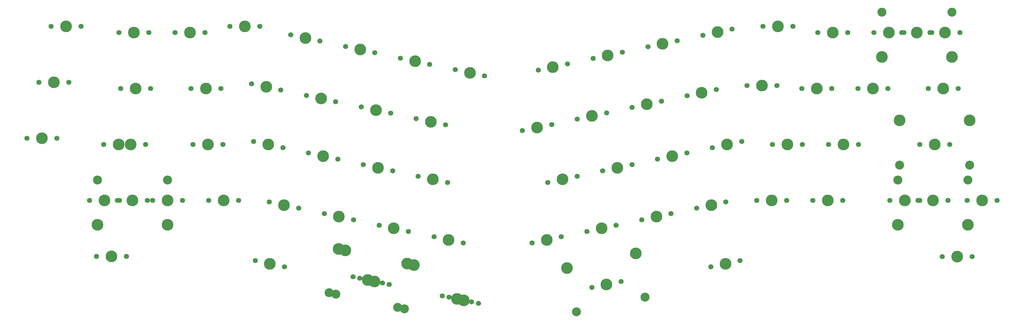
<source format=gbr>
G04 #@! TF.GenerationSoftware,KiCad,Pcbnew,(5.99.0-10089-gf88d39b4f0)*
G04 #@! TF.CreationDate,2021-04-03T17:52:51-06:00*
G04 #@! TF.ProjectId,aliceq,616c6963-6571-42e6-9b69-6361645f7063,rev?*
G04 #@! TF.SameCoordinates,Original*
G04 #@! TF.FileFunction,Soldermask,Top*
G04 #@! TF.FilePolarity,Negative*
%FSLAX46Y46*%
G04 Gerber Fmt 4.6, Leading zero omitted, Abs format (unit mm)*
G04 Created by KiCad (PCBNEW (5.99.0-10089-gf88d39b4f0)) date 2021-04-03 17:52:51*
%MOMM*%
%LPD*%
G01*
G04 APERTURE LIST*
%ADD10C,3.987800*%
%ADD11C,1.750000*%
%ADD12C,3.048000*%
G04 APERTURE END LIST*
D10*
X64240042Y-19160005D03*
D11*
X69320042Y-19160005D03*
X59160042Y-19160005D03*
D10*
X219340125Y-41750017D03*
D11*
X224309115Y-40693826D03*
X214371135Y-42806208D03*
X232379120Y-98943858D03*
X222441140Y-101056240D03*
D10*
X227410130Y-100000049D03*
X203966405Y-83970758D03*
D11*
X208935395Y-82914567D03*
X198997415Y-85026949D03*
D10*
X27150022Y-40350017D03*
D11*
X32230022Y-40350017D03*
X22070022Y-40350017D03*
D10*
X16535018Y-78450037D03*
D11*
X21615018Y-78450037D03*
X11455018Y-78450037D03*
X66491055Y-38713825D03*
X76429035Y-40826207D03*
D10*
X71460045Y-39770016D03*
D11*
X293425163Y-78450037D03*
D10*
X288345163Y-78450037D03*
D11*
X283265163Y-78450037D03*
D10*
X185332683Y-87931477D03*
D11*
X190301673Y-86875286D03*
X180363693Y-88987668D03*
X258750149Y-21300006D03*
D10*
X263830149Y-21300006D03*
D11*
X268910149Y-21300006D03*
D10*
X77510049Y-80010038D03*
D11*
X82479039Y-81066229D03*
X72541059Y-78953847D03*
D10*
X262150148Y-78450037D03*
D11*
X267230148Y-78450037D03*
X257070148Y-78450037D03*
X135672228Y-33945976D03*
D10*
X140641218Y-35002167D03*
D11*
X145610208Y-36058358D03*
X133030201Y-72338377D03*
X123092221Y-70225995D03*
D10*
X128061211Y-71282186D03*
D11*
X240120139Y-19160005D03*
X250280139Y-19160005D03*
D10*
X245200139Y-19160005D03*
X200706403Y-45710737D03*
D11*
X195737413Y-46766928D03*
X205675393Y-44654546D03*
X67731056Y-98943858D03*
D10*
X72700046Y-100000049D03*
D11*
X77669036Y-101056240D03*
X20980018Y-78450037D03*
D10*
X26060018Y-78450037D03*
D11*
X31140018Y-78450037D03*
D10*
X14153768Y-86705037D03*
X37966268Y-86705037D03*
D12*
X37966268Y-71465037D03*
X14153768Y-71465037D03*
D11*
X244920136Y-39290016D03*
X234760136Y-39290016D03*
D10*
X239840136Y-39290016D03*
D11*
X287960160Y-21300006D03*
D10*
X282880160Y-21300006D03*
D11*
X277800160Y-21300006D03*
D10*
X297868168Y-78450037D03*
X285961918Y-86705037D03*
D12*
X285961918Y-71465037D03*
D11*
X302948168Y-78450037D03*
D10*
X309774418Y-86705037D03*
D11*
X292788168Y-78450037D03*
D12*
X309774418Y-71465037D03*
D11*
X40520032Y-21300006D03*
D10*
X45600032Y-21300006D03*
D11*
X50680032Y-21300006D03*
D10*
X267510151Y-59400027D03*
D11*
X262430151Y-59400027D03*
X272590151Y-59400027D03*
X16248992Y-59400027D03*
X26408992Y-59400027D03*
D10*
X21328992Y-59400027D03*
X209326408Y-63360747D03*
D11*
X204357418Y-64416938D03*
X214295398Y-62304556D03*
X126976487Y-32097638D03*
D10*
X122007497Y-31041447D03*
D11*
X117038507Y-29985256D03*
X8610009Y-19160005D03*
D10*
X3530009Y-19160005D03*
D11*
X-1549991Y-19160005D03*
X296850170Y-21300006D03*
X307010170Y-21300006D03*
D10*
X301930170Y-21300006D03*
D11*
X131266108Y-110911799D03*
X141204088Y-113024181D03*
D10*
X136235098Y-111967990D03*
X248460141Y-59400027D03*
D11*
X243380141Y-59400027D03*
X253540141Y-59400027D03*
X306420170Y-40350017D03*
X296260170Y-40350017D03*
D10*
X301340170Y-40350017D03*
D11*
X108342765Y-28136918D03*
D10*
X103373775Y-27080727D03*
D11*
X98404785Y-26024536D03*
X-9779996Y-57260026D03*
D10*
X-4699996Y-57260026D03*
D11*
X380004Y-57260026D03*
X77129036Y-60456218D03*
X67191056Y-58343836D03*
D10*
X72160046Y-59400027D03*
X173637729Y-101460892D03*
D11*
X182031120Y-108116243D03*
D12*
X176806303Y-116367862D03*
D10*
X196929869Y-96509995D03*
D11*
X191969100Y-106003861D03*
D12*
X200098443Y-111416964D03*
D10*
X187000110Y-107060052D03*
X314538927Y-78450037D03*
D11*
X309458927Y-78450037D03*
X319618927Y-78450037D03*
D10*
X292405165Y-21300006D03*
D11*
X287325165Y-21300006D03*
X297485165Y-21300006D03*
D10*
X280498915Y-29555006D03*
D12*
X304311415Y-14315006D03*
D10*
X304311415Y-29555006D03*
D12*
X280498915Y-14315006D03*
D11*
X253390146Y-40350017D03*
X263550146Y-40350017D03*
D10*
X258470146Y-40350017D03*
X108727490Y-47691456D03*
D11*
X103758500Y-46635265D03*
X113696480Y-48747647D03*
X4450007Y-38210015D03*
X-5709993Y-38210015D03*
D10*
X-629993Y-38210015D03*
D11*
X138380204Y-92948388D03*
D10*
X133411214Y-91892197D03*
D11*
X128442224Y-90836006D03*
X311175772Y-97548047D03*
D10*
X306095772Y-97548047D03*
D11*
X301015772Y-97548047D03*
X158469970Y-54688368D03*
X168407950Y-52575986D03*
D10*
X163438960Y-53632177D03*
X243100138Y-78450037D03*
D11*
X248180138Y-78450037D03*
X238020138Y-78450037D03*
D10*
X84740053Y-23120007D03*
D11*
X79771063Y-22063816D03*
X89709043Y-24176198D03*
D12*
X118423875Y-115327863D03*
X95131735Y-110376965D03*
D11*
X113199058Y-107076244D03*
D10*
X108230068Y-106020053D03*
X121592449Y-100420893D03*
D11*
X103261078Y-104963862D03*
D10*
X98300309Y-95469996D03*
X119301002Y-99929115D03*
X96008862Y-94978218D03*
D12*
X92840288Y-109885187D03*
D10*
X105938621Y-105528275D03*
D11*
X110907611Y-106584466D03*
X100969631Y-104472084D03*
D12*
X116132428Y-114836085D03*
D10*
X187432684Y-29061445D03*
D11*
X182463694Y-30117636D03*
X192401674Y-28005254D03*
X21470021Y-21300006D03*
D10*
X26550021Y-21300006D03*
D11*
X31630021Y-21300006D03*
X282600157Y-40350017D03*
D10*
X277520157Y-40350017D03*
D11*
X272440157Y-40350017D03*
D10*
X190692686Y-67321466D03*
D11*
X195661676Y-66265275D03*
X185723696Y-68377657D03*
D10*
X90793768Y-63360747D03*
D11*
X95762758Y-64416938D03*
X85824778Y-62304556D03*
X104458500Y-66265275D03*
X114396480Y-68377657D03*
D10*
X109427490Y-67321466D03*
X127361211Y-51652176D03*
D11*
X122392221Y-50595985D03*
X132330201Y-52708367D03*
X32886268Y-78450037D03*
D10*
X37966268Y-78450037D03*
D11*
X43046268Y-78450037D03*
D10*
X310366418Y-51145027D03*
X298460168Y-59400027D03*
D12*
X286553918Y-66385027D03*
D11*
X303540168Y-59400027D03*
D10*
X286553918Y-51145027D03*
D12*
X310366418Y-66385027D03*
D11*
X293380168Y-59400027D03*
X222991140Y-60456218D03*
D10*
X227960130Y-59400027D03*
D11*
X232929120Y-58343836D03*
X45880034Y-40350017D03*
X56040034Y-40350017D03*
D10*
X50960034Y-40350017D03*
D11*
X62090038Y-78450037D03*
X51930038Y-78450037D03*
D10*
X57010038Y-78450037D03*
D11*
X219731138Y-22196197D03*
D10*
X224700128Y-21140006D03*
D11*
X229669118Y-20083815D03*
X171667952Y-90836006D03*
D10*
X166698962Y-91892197D03*
D11*
X161729972Y-92948388D03*
X101112761Y-85026949D03*
X91174781Y-82914567D03*
D10*
X96143771Y-83970758D03*
D11*
X46580035Y-59400027D03*
D10*
X51660035Y-59400027D03*
D11*
X56740035Y-59400027D03*
X177027955Y-70225995D03*
D10*
X172058965Y-71282186D03*
D11*
X167089975Y-72338377D03*
D10*
X18920017Y-97500047D03*
D11*
X24000017Y-97500047D03*
X13840017Y-97500047D03*
X177103691Y-50727648D03*
D10*
X182072681Y-49671457D03*
D11*
X187041671Y-48615266D03*
X85124778Y-42674545D03*
X95062758Y-44786927D03*
D10*
X90093768Y-43730736D03*
D11*
X217631137Y-81066229D03*
X227569117Y-78953847D03*
D10*
X222600127Y-80010038D03*
D11*
X20380000Y-59400027D03*
D10*
X25460000Y-59400027D03*
D11*
X30540000Y-59400027D03*
X163829973Y-34078357D03*
X173767953Y-31965975D03*
D10*
X168798963Y-33022166D03*
X138550084Y-112460056D03*
D11*
X133581094Y-111403865D03*
X143519074Y-113516247D03*
X109808503Y-86875286D03*
X119746483Y-88987668D03*
D10*
X114777493Y-87931477D03*
D11*
X201097416Y-26156917D03*
X211035396Y-24044535D03*
D10*
X206066406Y-25100726D03*
M02*

</source>
